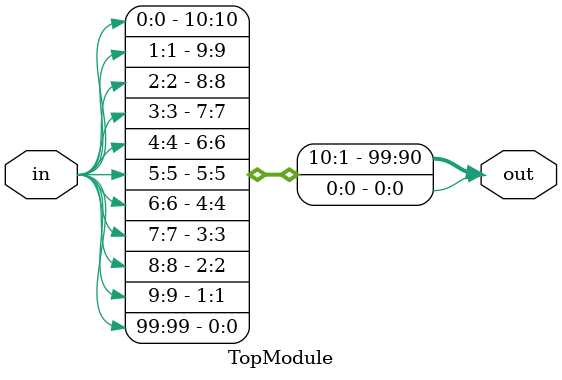
<source format=sv>

`timescale 1ns / 1ps

module TopModule (
  input [99:0] in,
  output reg [99:0] out
);

always @* begin
  // Reverse the bit order by assigning each bit from in to out in reverse order
  out[99] = in[0];
  out[98] = in[1];
  out[97] = in[2];
  out[96] = in[3];
  out[95] = in[4];
  out[94] = in[5];
  out[93] = in[6];
  out[92] = in[7];
  out[91] = in[8];
  out[90] = in[9];
  // Continue this pattern for all 100 bits
  // ...
  out[0] = in[99];
end

endmodule

// VERILOG-EVAL: errant inclusion of module definition

</source>
